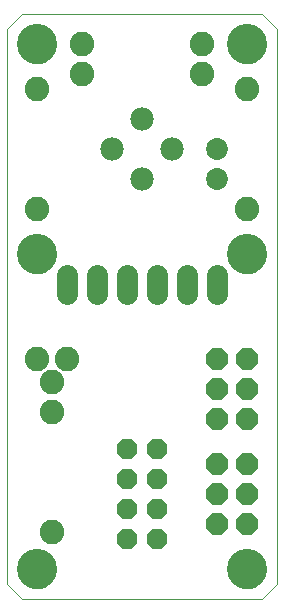
<source format=gbs>
G75*
G70*
%OFA0B0*%
%FSLAX24Y24*%
%IPPOS*%
%LPD*%
%AMOC8*
5,1,8,0,0,1.08239X$1,22.5*
%
%ADD10C,0.0000*%
%ADD11C,0.1340*%
%ADD12OC8,0.0680*%
%ADD13OC8,0.0720*%
%ADD14C,0.0820*%
%ADD15C,0.0780*%
%ADD16C,0.0730*%
%ADD17C,0.0714*%
D10*
X001675Y001175D02*
X001175Y001675D01*
X001175Y020175D01*
X001675Y020675D01*
X009675Y020675D01*
X010175Y020175D01*
X010175Y001675D01*
X009675Y001175D01*
X001675Y001175D01*
X001545Y002175D02*
X001547Y002225D01*
X001553Y002275D01*
X001563Y002324D01*
X001577Y002372D01*
X001594Y002419D01*
X001615Y002464D01*
X001640Y002508D01*
X001668Y002549D01*
X001700Y002588D01*
X001734Y002625D01*
X001771Y002659D01*
X001811Y002689D01*
X001853Y002716D01*
X001897Y002740D01*
X001943Y002761D01*
X001990Y002777D01*
X002038Y002790D01*
X002088Y002799D01*
X002137Y002804D01*
X002188Y002805D01*
X002238Y002802D01*
X002287Y002795D01*
X002336Y002784D01*
X002384Y002769D01*
X002430Y002751D01*
X002475Y002729D01*
X002518Y002703D01*
X002559Y002674D01*
X002598Y002642D01*
X002634Y002607D01*
X002666Y002569D01*
X002696Y002529D01*
X002723Y002486D01*
X002746Y002442D01*
X002765Y002396D01*
X002781Y002348D01*
X002793Y002299D01*
X002801Y002250D01*
X002805Y002200D01*
X002805Y002150D01*
X002801Y002100D01*
X002793Y002051D01*
X002781Y002002D01*
X002765Y001954D01*
X002746Y001908D01*
X002723Y001864D01*
X002696Y001821D01*
X002666Y001781D01*
X002634Y001743D01*
X002598Y001708D01*
X002559Y001676D01*
X002518Y001647D01*
X002475Y001621D01*
X002430Y001599D01*
X002384Y001581D01*
X002336Y001566D01*
X002287Y001555D01*
X002238Y001548D01*
X002188Y001545D01*
X002137Y001546D01*
X002088Y001551D01*
X002038Y001560D01*
X001990Y001573D01*
X001943Y001589D01*
X001897Y001610D01*
X001853Y001634D01*
X001811Y001661D01*
X001771Y001691D01*
X001734Y001725D01*
X001700Y001762D01*
X001668Y001801D01*
X001640Y001842D01*
X001615Y001886D01*
X001594Y001931D01*
X001577Y001978D01*
X001563Y002026D01*
X001553Y002075D01*
X001547Y002125D01*
X001545Y002175D01*
X001545Y012675D02*
X001547Y012725D01*
X001553Y012775D01*
X001563Y012824D01*
X001577Y012872D01*
X001594Y012919D01*
X001615Y012964D01*
X001640Y013008D01*
X001668Y013049D01*
X001700Y013088D01*
X001734Y013125D01*
X001771Y013159D01*
X001811Y013189D01*
X001853Y013216D01*
X001897Y013240D01*
X001943Y013261D01*
X001990Y013277D01*
X002038Y013290D01*
X002088Y013299D01*
X002137Y013304D01*
X002188Y013305D01*
X002238Y013302D01*
X002287Y013295D01*
X002336Y013284D01*
X002384Y013269D01*
X002430Y013251D01*
X002475Y013229D01*
X002518Y013203D01*
X002559Y013174D01*
X002598Y013142D01*
X002634Y013107D01*
X002666Y013069D01*
X002696Y013029D01*
X002723Y012986D01*
X002746Y012942D01*
X002765Y012896D01*
X002781Y012848D01*
X002793Y012799D01*
X002801Y012750D01*
X002805Y012700D01*
X002805Y012650D01*
X002801Y012600D01*
X002793Y012551D01*
X002781Y012502D01*
X002765Y012454D01*
X002746Y012408D01*
X002723Y012364D01*
X002696Y012321D01*
X002666Y012281D01*
X002634Y012243D01*
X002598Y012208D01*
X002559Y012176D01*
X002518Y012147D01*
X002475Y012121D01*
X002430Y012099D01*
X002384Y012081D01*
X002336Y012066D01*
X002287Y012055D01*
X002238Y012048D01*
X002188Y012045D01*
X002137Y012046D01*
X002088Y012051D01*
X002038Y012060D01*
X001990Y012073D01*
X001943Y012089D01*
X001897Y012110D01*
X001853Y012134D01*
X001811Y012161D01*
X001771Y012191D01*
X001734Y012225D01*
X001700Y012262D01*
X001668Y012301D01*
X001640Y012342D01*
X001615Y012386D01*
X001594Y012431D01*
X001577Y012478D01*
X001563Y012526D01*
X001553Y012575D01*
X001547Y012625D01*
X001545Y012675D01*
X001545Y019675D02*
X001547Y019725D01*
X001553Y019775D01*
X001563Y019824D01*
X001577Y019872D01*
X001594Y019919D01*
X001615Y019964D01*
X001640Y020008D01*
X001668Y020049D01*
X001700Y020088D01*
X001734Y020125D01*
X001771Y020159D01*
X001811Y020189D01*
X001853Y020216D01*
X001897Y020240D01*
X001943Y020261D01*
X001990Y020277D01*
X002038Y020290D01*
X002088Y020299D01*
X002137Y020304D01*
X002188Y020305D01*
X002238Y020302D01*
X002287Y020295D01*
X002336Y020284D01*
X002384Y020269D01*
X002430Y020251D01*
X002475Y020229D01*
X002518Y020203D01*
X002559Y020174D01*
X002598Y020142D01*
X002634Y020107D01*
X002666Y020069D01*
X002696Y020029D01*
X002723Y019986D01*
X002746Y019942D01*
X002765Y019896D01*
X002781Y019848D01*
X002793Y019799D01*
X002801Y019750D01*
X002805Y019700D01*
X002805Y019650D01*
X002801Y019600D01*
X002793Y019551D01*
X002781Y019502D01*
X002765Y019454D01*
X002746Y019408D01*
X002723Y019364D01*
X002696Y019321D01*
X002666Y019281D01*
X002634Y019243D01*
X002598Y019208D01*
X002559Y019176D01*
X002518Y019147D01*
X002475Y019121D01*
X002430Y019099D01*
X002384Y019081D01*
X002336Y019066D01*
X002287Y019055D01*
X002238Y019048D01*
X002188Y019045D01*
X002137Y019046D01*
X002088Y019051D01*
X002038Y019060D01*
X001990Y019073D01*
X001943Y019089D01*
X001897Y019110D01*
X001853Y019134D01*
X001811Y019161D01*
X001771Y019191D01*
X001734Y019225D01*
X001700Y019262D01*
X001668Y019301D01*
X001640Y019342D01*
X001615Y019386D01*
X001594Y019431D01*
X001577Y019478D01*
X001563Y019526D01*
X001553Y019575D01*
X001547Y019625D01*
X001545Y019675D01*
X008545Y019675D02*
X008547Y019725D01*
X008553Y019775D01*
X008563Y019824D01*
X008577Y019872D01*
X008594Y019919D01*
X008615Y019964D01*
X008640Y020008D01*
X008668Y020049D01*
X008700Y020088D01*
X008734Y020125D01*
X008771Y020159D01*
X008811Y020189D01*
X008853Y020216D01*
X008897Y020240D01*
X008943Y020261D01*
X008990Y020277D01*
X009038Y020290D01*
X009088Y020299D01*
X009137Y020304D01*
X009188Y020305D01*
X009238Y020302D01*
X009287Y020295D01*
X009336Y020284D01*
X009384Y020269D01*
X009430Y020251D01*
X009475Y020229D01*
X009518Y020203D01*
X009559Y020174D01*
X009598Y020142D01*
X009634Y020107D01*
X009666Y020069D01*
X009696Y020029D01*
X009723Y019986D01*
X009746Y019942D01*
X009765Y019896D01*
X009781Y019848D01*
X009793Y019799D01*
X009801Y019750D01*
X009805Y019700D01*
X009805Y019650D01*
X009801Y019600D01*
X009793Y019551D01*
X009781Y019502D01*
X009765Y019454D01*
X009746Y019408D01*
X009723Y019364D01*
X009696Y019321D01*
X009666Y019281D01*
X009634Y019243D01*
X009598Y019208D01*
X009559Y019176D01*
X009518Y019147D01*
X009475Y019121D01*
X009430Y019099D01*
X009384Y019081D01*
X009336Y019066D01*
X009287Y019055D01*
X009238Y019048D01*
X009188Y019045D01*
X009137Y019046D01*
X009088Y019051D01*
X009038Y019060D01*
X008990Y019073D01*
X008943Y019089D01*
X008897Y019110D01*
X008853Y019134D01*
X008811Y019161D01*
X008771Y019191D01*
X008734Y019225D01*
X008700Y019262D01*
X008668Y019301D01*
X008640Y019342D01*
X008615Y019386D01*
X008594Y019431D01*
X008577Y019478D01*
X008563Y019526D01*
X008553Y019575D01*
X008547Y019625D01*
X008545Y019675D01*
X008545Y012675D02*
X008547Y012725D01*
X008553Y012775D01*
X008563Y012824D01*
X008577Y012872D01*
X008594Y012919D01*
X008615Y012964D01*
X008640Y013008D01*
X008668Y013049D01*
X008700Y013088D01*
X008734Y013125D01*
X008771Y013159D01*
X008811Y013189D01*
X008853Y013216D01*
X008897Y013240D01*
X008943Y013261D01*
X008990Y013277D01*
X009038Y013290D01*
X009088Y013299D01*
X009137Y013304D01*
X009188Y013305D01*
X009238Y013302D01*
X009287Y013295D01*
X009336Y013284D01*
X009384Y013269D01*
X009430Y013251D01*
X009475Y013229D01*
X009518Y013203D01*
X009559Y013174D01*
X009598Y013142D01*
X009634Y013107D01*
X009666Y013069D01*
X009696Y013029D01*
X009723Y012986D01*
X009746Y012942D01*
X009765Y012896D01*
X009781Y012848D01*
X009793Y012799D01*
X009801Y012750D01*
X009805Y012700D01*
X009805Y012650D01*
X009801Y012600D01*
X009793Y012551D01*
X009781Y012502D01*
X009765Y012454D01*
X009746Y012408D01*
X009723Y012364D01*
X009696Y012321D01*
X009666Y012281D01*
X009634Y012243D01*
X009598Y012208D01*
X009559Y012176D01*
X009518Y012147D01*
X009475Y012121D01*
X009430Y012099D01*
X009384Y012081D01*
X009336Y012066D01*
X009287Y012055D01*
X009238Y012048D01*
X009188Y012045D01*
X009137Y012046D01*
X009088Y012051D01*
X009038Y012060D01*
X008990Y012073D01*
X008943Y012089D01*
X008897Y012110D01*
X008853Y012134D01*
X008811Y012161D01*
X008771Y012191D01*
X008734Y012225D01*
X008700Y012262D01*
X008668Y012301D01*
X008640Y012342D01*
X008615Y012386D01*
X008594Y012431D01*
X008577Y012478D01*
X008563Y012526D01*
X008553Y012575D01*
X008547Y012625D01*
X008545Y012675D01*
X008545Y002175D02*
X008547Y002225D01*
X008553Y002275D01*
X008563Y002324D01*
X008577Y002372D01*
X008594Y002419D01*
X008615Y002464D01*
X008640Y002508D01*
X008668Y002549D01*
X008700Y002588D01*
X008734Y002625D01*
X008771Y002659D01*
X008811Y002689D01*
X008853Y002716D01*
X008897Y002740D01*
X008943Y002761D01*
X008990Y002777D01*
X009038Y002790D01*
X009088Y002799D01*
X009137Y002804D01*
X009188Y002805D01*
X009238Y002802D01*
X009287Y002795D01*
X009336Y002784D01*
X009384Y002769D01*
X009430Y002751D01*
X009475Y002729D01*
X009518Y002703D01*
X009559Y002674D01*
X009598Y002642D01*
X009634Y002607D01*
X009666Y002569D01*
X009696Y002529D01*
X009723Y002486D01*
X009746Y002442D01*
X009765Y002396D01*
X009781Y002348D01*
X009793Y002299D01*
X009801Y002250D01*
X009805Y002200D01*
X009805Y002150D01*
X009801Y002100D01*
X009793Y002051D01*
X009781Y002002D01*
X009765Y001954D01*
X009746Y001908D01*
X009723Y001864D01*
X009696Y001821D01*
X009666Y001781D01*
X009634Y001743D01*
X009598Y001708D01*
X009559Y001676D01*
X009518Y001647D01*
X009475Y001621D01*
X009430Y001599D01*
X009384Y001581D01*
X009336Y001566D01*
X009287Y001555D01*
X009238Y001548D01*
X009188Y001545D01*
X009137Y001546D01*
X009088Y001551D01*
X009038Y001560D01*
X008990Y001573D01*
X008943Y001589D01*
X008897Y001610D01*
X008853Y001634D01*
X008811Y001661D01*
X008771Y001691D01*
X008734Y001725D01*
X008700Y001762D01*
X008668Y001801D01*
X008640Y001842D01*
X008615Y001886D01*
X008594Y001931D01*
X008577Y001978D01*
X008563Y002026D01*
X008553Y002075D01*
X008547Y002125D01*
X008545Y002175D01*
D11*
X009175Y002175D03*
X009175Y012675D03*
X009175Y019675D03*
X002175Y019675D03*
X002175Y012675D03*
X002175Y002175D03*
D12*
X005175Y003175D03*
X005175Y004175D03*
X005175Y005175D03*
X005175Y006175D03*
X006175Y006175D03*
X006175Y005175D03*
X006175Y004175D03*
X006175Y003175D03*
D13*
X008175Y003675D03*
X008175Y004675D03*
X008175Y005675D03*
X008175Y007175D03*
X008175Y008175D03*
X008175Y009175D03*
X009175Y009175D03*
X009175Y008175D03*
X009175Y007175D03*
X009175Y005675D03*
X009175Y004675D03*
X009175Y003675D03*
D14*
X009175Y014175D03*
X009175Y018175D03*
X007675Y018675D03*
X007675Y019675D03*
X003675Y019675D03*
X003675Y018675D03*
X002175Y018175D03*
X002175Y014175D03*
X002175Y009175D03*
X002675Y008425D03*
X003175Y009175D03*
X002675Y007425D03*
X002675Y003425D03*
D15*
X005675Y015175D03*
X006675Y016175D03*
X005675Y017175D03*
X004675Y016175D03*
D16*
X008175Y016175D03*
X008175Y015175D03*
D17*
X008175Y011992D02*
X008175Y011358D01*
X007175Y011358D02*
X007175Y011992D01*
X006175Y011992D02*
X006175Y011358D01*
X005175Y011358D02*
X005175Y011992D01*
X004175Y011992D02*
X004175Y011358D01*
X003175Y011358D02*
X003175Y011992D01*
M02*

</source>
